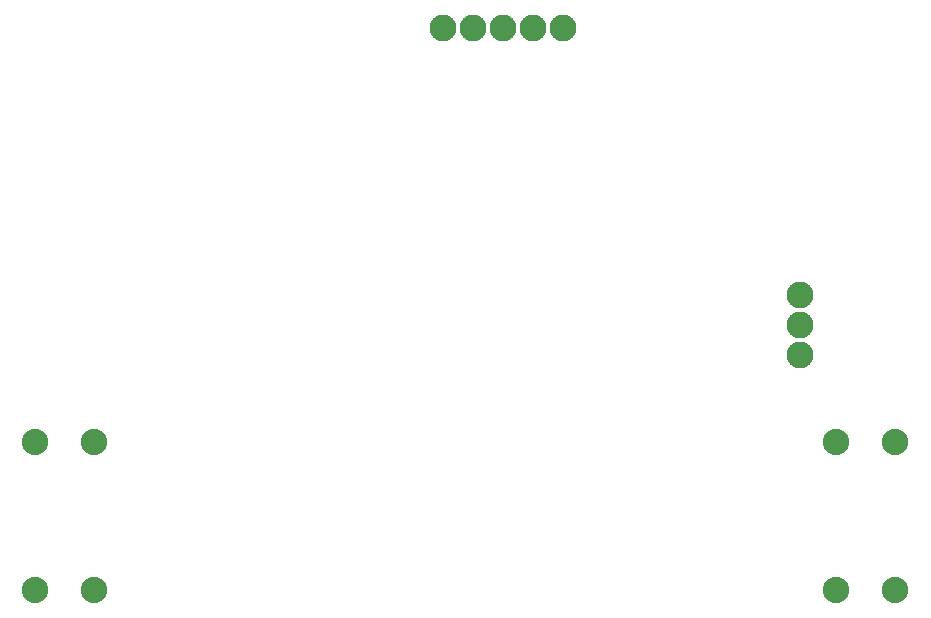
<source format=gts>
G04 MADE WITH FRITZING*
G04 WWW.FRITZING.ORG*
G04 DOUBLE SIDED*
G04 HOLES PLATED*
G04 CONTOUR ON CENTER OF CONTOUR VECTOR*
%ASAXBY*%
%FSLAX23Y23*%
%MOIN*%
%OFA0B0*%
%SFA1.0B1.0*%
%ADD10C,0.088000*%
%ADD11C,0.089370*%
%LNMASK1*%
G90*
G70*
G54D10*
X3074Y354D03*
X3074Y846D03*
X3271Y354D03*
X3271Y846D03*
X404Y354D03*
X404Y846D03*
X600Y354D03*
X600Y846D03*
G54D11*
X2952Y1137D03*
X2952Y1237D03*
X2952Y1337D03*
X2164Y2227D03*
X2064Y2227D03*
X1964Y2227D03*
X1864Y2227D03*
X1764Y2227D03*
G04 End of Mask1*
M02*
</source>
